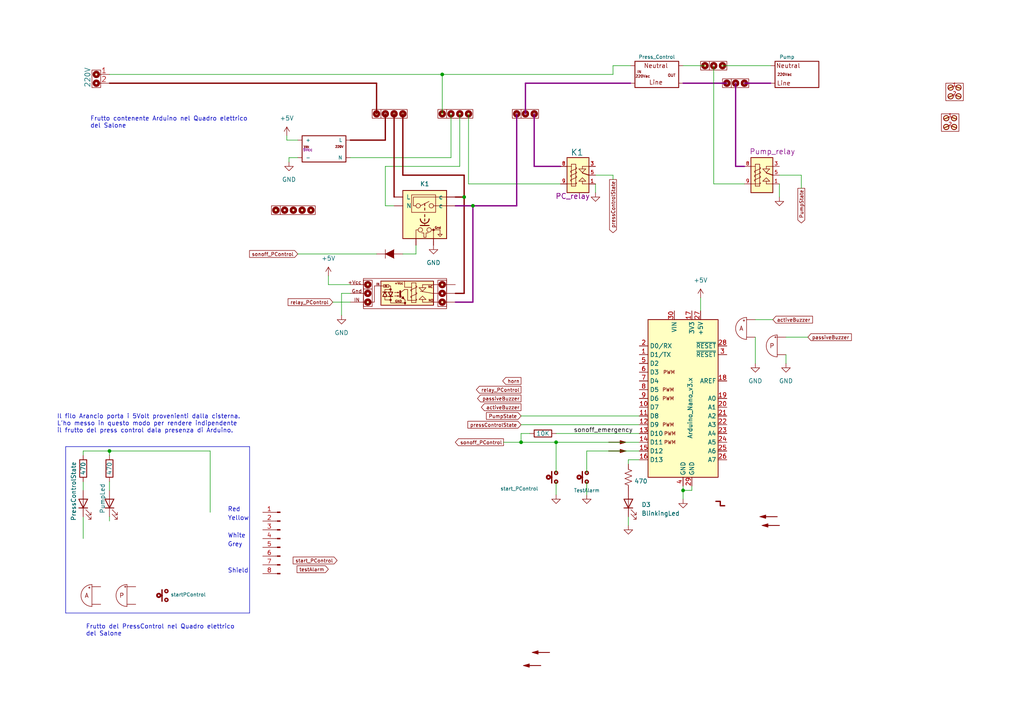
<source format=kicad_sch>
(kicad_sch (version 20231120) (generator "eeschema") (generator_version "8.0")
  (paper "A4")
  (title_block (title "Allarme per pompa cisterna") (date "2020-02-16") (rev "1.1") (comment 2 "Esaurito un determinato tempo Arduino provvede direttamente a spegnere la pompa") (comment 3 "Il tutto prosegue fino a che la pompa si spegne") (comment 4 "Quando la pompa si accende Arduino provvede ad emettere dei suoni "))
  (lib_symbols
    (symbol "Connector:Conn_01x08_Pin" (pin_names (offset 1.016) hide)
      (property "Reference" "J" (at 0 10.16 0))
      (property "Value" "Conn_01x08_Pin" (at 0 -12.7 0))
      (symbol "Conn_01x08_Pin_1_1"
        (polyline (pts (xy 1.27 -10.16) (xy 0.8636 -10.16)) (stroke (width 0.1524)))
        (polyline (pts (xy 1.27 -7.62) (xy 0.8636 -7.62)) (stroke (width 0.1524)))
        (polyline (pts (xy 1.27 -5.08) (xy 0.8636 -5.08)) (stroke (width 0.1524)))
        (polyline (pts (xy 1.27 -2.54) (xy 0.8636 -2.54)) (stroke (width 0.1524)))
        (polyline (pts (xy 1.27 0) (xy 0.8636 0)) (stroke (width 0.1524)))
        (polyline (pts (xy 1.27 2.54) (xy 0.8636 2.54)) (stroke (width 0.1524)))
        (polyline (pts (xy 1.27 5.08) (xy 0.8636 5.08)) (stroke (width 0.1524)))
        (polyline (pts (xy 1.27 7.62) (xy 0.8636 7.62)) (stroke (width 0.1524)))
        (rectangle (start 0.8636 -10.033) (end 0 -10.287) (stroke (width 0.1524)) (fill (type outline)))
        (rectangle (start 0.8636 -7.493) (end 0 -7.747) (stroke (width 0.1524)) (fill (type outline)))
        (rectangle (start 0.8636 -4.953) (end 0 -5.207) (stroke (width 0.1524)) (fill (type outline)))
        (rectangle (start 0.8636 -2.413) (end 0 -2.667) (stroke (width 0.1524)) (fill (type outline)))
        (rectangle (start 0.8636 0.127) (end 0 -0.127) (stroke (width 0.1524)) (fill (type outline)))
        (rectangle (start 0.8636 2.667) (end 0 2.413) (stroke (width 0.1524)) (fill (type outline)))
        (rectangle (start 0.8636 5.207) (end 0 4.953) (stroke (width 0.1524)) (fill (type outline)))
        (rectangle (start 0.8636 7.747) (end 0 7.493) (stroke (width 0.1524)) (fill (type outline)))
        (pin passive line (at 5.08 7.62 180) (length 3.81) (name "Pin_1") (number "1"))
        (pin passive line (at 5.08 5.08 180) (length 3.81) (name "Pin_2") (number "2"))
        (pin passive line (at 5.08 2.54 180) (length 3.81) (name "Pin_3") (number "3"))
        (pin passive line (at 5.08 0 180) (length 3.81) (name "Pin_4") (number "4"))
        (pin passive line (at 5.08 -2.54 180) (length 3.81) (name "Pin_5") (number "5"))
        (pin passive line (at 5.08 -5.08 180) (length 3.81) (name "Pin_6") (number "6"))
        (pin passive line (at 5.08 -7.62 180) (length 3.81) (name "Pin_7") (number "7"))
        (pin passive line (at 5.08 -10.16 180) (length 3.81) (name "Pin_8") (number "8"))
      )
    )
    (symbol "Device:LED" (pin_numbers hide) (pin_names (offset 1.016) hide)
      (property "Reference" "D" (at 0 2.54 0))
      (property "Value" "LED" (at 0 -2.54 0))
      (symbol "LED_0_1"
        (polyline (pts (xy -1.27 -1.27) (xy -1.27 1.27)) (stroke (width 0.254)))
        (polyline (pts (xy -1.27 0) (xy 1.27 0)))
        (polyline (pts (xy 1.27 -1.27) (xy 1.27 1.27) (xy -1.27 0) (xy 1.27 -1.27)) (stroke (width 0.254)))
        (polyline (pts (xy -3.048 -0.762) (xy -4.572 -2.286) (xy -3.81 -2.286) (xy -4.572 -2.286) (xy -4.572 -1.524)))
        (polyline (pts (xy -1.778 -0.762) (xy -3.302 -2.286) (xy -2.54 -2.286) (xy -3.302 -2.286) (xy -3.302 -1.524)))
      )
      (symbol "LED_1_1"
        (pin passive line (at -3.81 0 0) (length 2.54) (name "K") (number "1"))
        (pin passive line (at 3.81 0 180) (length 2.54) (name "A") (number "2"))
      )
    )
    (symbol "Device:R" (pin_numbers hide) (pin_names (offset 0))
      (property "Reference" "R" (at 2.032 0 90))
      (property "Value" "R" (at 0 0 90))
      (symbol "R_0_1"
        (rectangle (start -1.016 -2.54) (end 1.016 2.54) (stroke (width 0.254)))
      )
      (symbol "R_1_1"
        (pin passive line (at 0 3.81 270) (length 1.27) (name "~") (number "1"))
        (pin passive line (at 0 -3.81 90) (length 1.27) (name "~") (number "2"))
      )
    )
    (symbol "Device:R_US" (pin_numbers hide) (pin_names (offset 0))
      (property "Reference" "R" (at 2.54 0 90))
      (property "Value" "R_US" (at -2.54 0 90))
      (symbol "R_US_0_1"
        (polyline (pts (xy 0 -2.286) (xy 0 -2.54)))
        (polyline (pts (xy 0 2.286) (xy 0 2.54)))
        (polyline (pts (xy 0 -0.762) (xy 1.016 -1.143) (xy 0 -1.524) (xy -1.016 -1.905) (xy 0 -2.286)))
        (polyline (pts (xy 0 0.762) (xy 1.016 0.381) (xy 0 0) (xy -1.016 -0.381) (xy 0 -0.762)))
        (polyline (pts (xy 0 2.286) (xy 1.016 1.905) (xy 0 1.524) (xy -1.016 1.143) (xy 0 0.762)))
      )
      (symbol "R_US_1_1"
        (pin passive line (at 0 3.81 270) (length 1.27) (name "~") (number "1"))
        (pin passive line (at 0 -3.81 90) (length 1.27) (name "~") (number "2"))
      )
    )
    (symbol "Graphic:SYM_Arrow_Normal" (pin_names (offset 1.016))
      (symbol "SYM_Arrow_Normal_0_1"
        (polyline (pts (xy 1.524 0) (xy -2.54 0)) (stroke (width 0.254)))
        (polyline (pts (xy 2.54 0) (xy 0.762 -0.508) (xy 0.762 0.508) (xy 2.54 0)) (fill (type outline)))
      )
    )
    (symbol "LnConnectors:CONN_02" (pin_names (offset 0.762) hide)
      (property "Reference" "J" (at 0 8.89 0))
      (property "Value" "CONN_02" (at 0 5.08 0))
      (symbol "CONN_02_0_1"
        (rectangle (start -1.27 7.62) (end 1.27 2.54))
        (circle (center 0 3.81) (radius 0.6858) (stroke (width 0.762)))
        (circle (center 0 6.35) (radius 0.6858) (stroke (width 0.762)) (fill (type background)))
      )
      (symbol "CONN_02_1_1"
        (pin passive line (at 3.81 6.35 180) (length 3.175) (name "1") (number "1"))
        (pin passive line (at 3.81 3.81 180) (length 3.175) (name "2") (number "2"))
      )
    )
    (symbol "LnDevice:Alimentatore" (pin_names (offset 1.016))
      (property "Reference" "Al" (at 0 1.905 0))
      (property "Value" "Alimentatore" (at 0 -2.54 0))
      (symbol "Alimentatore_0_0"
        (text "Vdc" (at 5.08 0.635 0) (effects (font (size 0.635 0.635))))
      )
      (symbol "Alimentatore_0_1"
        (rectangle (start -6.35 3.81) (end 6.35 -3.81) (stroke (width 0.254)))
        (pin power_out line (at 7.62 2.54 180) (length 1.27) (name "+") (number "~"))
        (pin power_out line (at 7.62 -2.54 180) (length 1.27) (name "-") (number "~"))
        (pin power_in line (at -7.62 2.54 0) (length 1.27) (name "L") (number "~"))
        (pin power_in line (at -7.62 -2.54 0) (length 1.27) (name "N") (number "~"))
      )
      (symbol "Alimentatore_1_0"
        (text "220V" (at -4.445 0.635 0) (effects (font (size 0.635 0.635))))
      )
    )
    (symbol "LnDevice:Edge" (pin_numbers hide) (pin_names (offset 0))
      (symbol "Edge_0_1"
        (polyline (pts (xy -1.27 1.905) (xy 0 1.905) (xy 0 0.635) (xy 1.27 0.635)) (stroke (width 0.381)))
      )
    )
    (symbol "LnDevice:PulsanteNO" (pin_numbers hide) (pin_names (offset 1.016) hide)
      (property "Reference" "SW" (at 3.81 2.794 0))
      (property "Value" "PulsanteNO" (at 0 -2.032 0))
      (symbol "PulsanteNO_0_1"
        (circle (center -1.27 0) (radius 0.4572) (stroke (width 0.381)))
        (polyline (pts (xy -1.651 1.27) (xy 1.651 1.27)) (stroke (width 0.381)))
        (polyline (pts (xy 0 1.651) (xy 0 1.27)) (stroke (width 0.508)))
        (circle (center 0.0254 2.2098) (radius 0.508) (stroke (width 0.508)))
        (circle (center 1.27 0) (radius 0.4572) (stroke (width 0.381)))
        (pin passive line (at -1.27 0 0) (length 0.0254) (name "1") (number "1"))
        (pin passive line (at 1.27 0 180) (length 0.0254) (name "2") (number "2"))
      )
    )
    (symbol "LnDevice:RELAY_1RT" (pin_names (offset 1.016) hide)
      (property "Reference" "K" (at -1.27 5.08 0))
      (property "Value" "RELAY_1RT" (at 0 -5.08 0))
      (symbol "RELAY_1RT_0_1"
        (rectangle (start -3.175 6.35) (end 3.175 -3.81) (stroke (width 0.254)) (fill (type background)))
        (polyline (pts (xy -3.175 -1.27) (xy -1.905 -1.27)))
        (polyline (pts (xy -3.175 3.81) (xy -1.905 3.81)))
        (polyline (pts (xy -1.905 4.445) (xy -1.905 -1.905)))
        (polyline (pts (xy -1.905 4.445) (xy -0.635 4.445)))
        (polyline (pts (xy -0.635 -1.905) (xy -1.905 -1.905)))
        (polyline (pts (xy -0.635 4.445) (xy -0.635 -1.905)))
        (polyline (pts (xy 0.254 -0.4826) (xy 2.2606 -0.4826)))
        (polyline (pts (xy 0.254 3.0734) (xy 2.2606 3.0734)))
        (polyline (pts (xy 1.27 -1.27) (xy 1.27 -0.762)))
        (polyline (pts (xy 1.27 -0.762) (xy 1.27 -0.4826)))
        (polyline (pts (xy 1.27 0.508) (xy 0.254 -0.4826)))
        (polyline (pts (xy 1.27 1.905) (xy 3.175 1.27)) (stroke (width 0.254)))
        (polyline (pts (xy 1.27 2.032) (xy 0.254 3.0734)))
        (polyline (pts (xy 1.27 3.81) (xy 1.27 3.175)))
        (polyline (pts (xy 1.27 3.81) (xy 3.175 3.81)))
        (polyline (pts (xy 2.2606 -0.4826) (xy 1.27 0.508)))
        (polyline (pts (xy 2.2606 3.0734) (xy 1.27 2.032)))
        (polyline (pts (xy 3.175 -1.27) (xy 1.27 -1.27)))
        (polyline (pts (xy -1.905 -1.27) (xy -0.635 -1.27) (xy -0.381 -1.143) (xy -0.381 -1.016) (xy -0.635 -0.889)))
        (polyline (pts (xy -1.905 -0.508) (xy -2.159 -0.381) (xy -2.159 -0.127) (xy -0.381 0.635) (xy -0.381 0.889) (xy -0.635 1.016)))
        (polyline (pts (xy -1.905 0.762) (xy -2.159 0.889) (xy -2.159 1.143) (xy -0.381 1.905) (xy -0.381 2.159) (xy -0.635 2.286)))
        (polyline (pts (xy -1.905 2.032) (xy -2.159 2.159) (xy -2.159 2.413) (xy -0.381 3.175) (xy -0.381 3.429) (xy -0.635 3.556)))
      )
      (symbol "RELAY_1RT_1_1"
        (pin passive line (at 5.08 -1.27 180) (length 1.905) (name "T1") (number "1"))
        (pin passive line (at 5.08 3.81 180) (length 1.905) (name "R1") (number "3"))
        (pin passive line (at 5.08 1.27 180) (length 1.905) (name "C1") (number "5"))
        (pin input line (at -5.08 3.81 0) (length 1.905) (name "8") (number "8"))
        (pin input line (at -5.08 -1.27 0) (length 1.905) (name "9") (number "9"))
      )
    )
    (symbol "lnConnectors:Mammuth_02a" (pin_names (offset 0.762) hide)
      (property "Reference" "MM" (at 1.27 3.81 0))
      (property "Value" "Mammuth_02a" (at 1.27 2.54 0))
      (symbol "Mammuth_02a_0_1"
        (circle (center -1.143 -2.54) (radius 0.762) (stroke (width 0.254)) (fill (type background)))
        (circle (center -1.143 0) (radius 0.762) (stroke (width 0.254)) (fill (type background)))
        (polyline (pts (xy -0.508 -2.286) (xy -1.778 -2.794)) (stroke (width 0.254)))
        (polyline (pts (xy -0.508 0.254) (xy -1.778 -0.254)) (stroke (width 0.254)))
        (polyline (pts (xy 0.508 -2.286) (xy 1.778 -2.794)) (stroke (width 0.254)))
        (polyline (pts (xy 0.508 0.254) (xy 1.778 -0.254)) (stroke (width 0.254)))
        (polyline (pts (xy -2.54 1.27) (xy 2.54 1.27) (xy 2.54 -3.81) (xy -2.54 -3.81) (xy -2.54 1.27)))
        (circle (center 1.143 -2.54) (radius 0.762) (stroke (width 0.254)) (fill (type background)))
        (circle (center 1.143 0) (radius 0.762) (stroke (width 0.254)) (fill (type background)))
      )
      (symbol "Mammuth_02a_1_1"
        (pin passive line (at 0 0 0) (length 0) (name "1") (number "1"))
        (pin passive line (at 0 -2.54 0) (length 0) (name "2") (number "2"))
      )
    )
    (symbol "lnConnectors:SIP_03" (pin_names (offset 0.762) hide)
      (property "Reference" "J" (at 0 8.89 0))
      (property "Value" "SIP_03" (at 0 -1.27 0))
      (symbol "SIP_03_0_1"
        (rectangle (start -1.27 7.62) (end 1.27 0))
        (polyline (pts (xy -1.27 5.08) (xy 1.27 5.08)))
        (circle (center 0 1.27) (radius 0.6858) (stroke (width 0.762)) (fill (type background)))
        (circle (center 0 3.81) (radius 0.6858) (stroke (width 0.762)))
        (circle (center 0 6.35) (radius 0.6858) (stroke (width 0.762)) (fill (type background)))
      )
      (symbol "SIP_03_1_1"
        (pin passive line (at 0 6.35 180) (length 0) hide (name "1") (number "1"))
        (pin passive line (at 0 3.81 180) (length 0) hide (name "2") (number "2"))
        (pin passive line (at 0 1.27 180) (length 0) hide (name "3") (number "3"))
      )
    )
    (symbol "lnConnectors:SIP_04" (pin_names (offset 0.762) hide)
      (property "Reference" "J" (at 0 8.89 0))
      (property "Value" "SIP_04" (at 0 -3.81 0))
      (symbol "SIP_04_0_1"
        (rectangle (start -1.27 7.62) (end 1.27 -2.54))
        (circle (center 0 -1.27) (radius 0.6858) (stroke (width 0.762)) (fill (type background)))
        (polyline (pts (xy -1.27 5.08) (xy 1.27 5.08)))
        (circle (center 0 1.27) (radius 0.6858) (stroke (width 0.762)) (fill (type background)))
        (circle (center 0 3.81) (radius 0.6858) (stroke (width 0.762)))
        (circle (center 0 6.35) (radius 0.6858) (stroke (width 0.762)) (fill (type background)))
      )
      (symbol "SIP_04_1_1"
        (pin passive line (at 0 6.35 180) (length 0) hide (name "1") (number "1"))
        (pin passive line (at 0 3.81 180) (length 0) hide (name "2") (number "2"))
        (pin passive line (at 0 1.27 180) (length 0) hide (name "3") (number "3"))
        (pin passive line (at 0 -1.27 180) (length 0) hide (name "4") (number "4"))
      )
    )
    (symbol "lnConnectors:SIP_05" (pin_names (offset 0.762) hide)
      (property "Reference" "J" (at 0 8.89 0))
      (property "Value" "SIP_05" (at 0.381 -8.763 0))
      (symbol "SIP_05_0_1"
        (rectangle (start -1.27 6.35) (end 1.27 -6.35))
        (circle (center 0 -5.08) (radius 0.6858) (stroke (width 0.762)) (fill (type background)))
        (circle (center 0 -2.54) (radius 0.6858) (stroke (width 0.762)) (fill (type background)))
        (polyline (pts (xy -1.27 3.81) (xy 1.27 3.81)))
        (circle (center 0 0) (radius 0.6858) (stroke (width 0.762)) (fill (type background)))
        (circle (center 0 2.54) (radius 0.6858) (stroke (width 0.762)))
        (circle (center 0 5.08) (radius 0.6858) (stroke (width 0.762)) (fill (type background)))
      )
      (symbol "SIP_05_1_1"
        (pin passive line (at 0 5.08 180) (length 0) hide (name "1") (number "1"))
        (pin passive line (at 0 2.54 180) (length 0) hide (name "2") (number "2"))
        (pin passive line (at 0 0 180) (length 0) hide (name "3") (number "3"))
        (pin passive line (at 0 -2.54 180) (length 0) hide (name "4") (number "4"))
        (pin passive line (at 0 -5.08 180) (length 0) hide (name "5") (number "5"))
      )
    )
    (symbol "lnDevice:Buzzer Active" (pin_names (offset 0.0254) hide)
      (property "Reference" "BZ" (at 3.81 1.27 0))
      (property "Value" "Buzzer Active" (at 3.81 -1.27 0))
      (symbol "Buzzer Active_0_1"
        (arc (start 0 -3.175) (mid 3.1612 0) (end 0 3.175))
        (polyline (pts (xy 0 3.175) (xy 0 -3.175)))
        (polyline (pts (xy 0.508 2.286) (xy 1.016 2.286)))
        (polyline (pts (xy 0.762 2.54) (xy 0.762 2.032)))
      )
      (symbol "Buzzer Active_1_1"
        (text "A" (at 1.524 0 0) (effects (font (size 1.27 1.27))))
        (pin power_in line (at -2.54 2.54 0) (length 2.54) (name "+") (number ""))
        (pin power_in line (at -2.54 -2.54 0) (length 2.54) (name "-") (number ""))
      )
    )
    (symbol "lnDevice:Buzzer Passive" (pin_names (offset 0.0254) hide)
      (property "Reference" "BZ" (at 3.81 1.27 0))
      (property "Value" "Buzzer" (at 3.81 -1.27 0))
      (symbol "Buzzer Passive_0_1"
        (arc (start 0 -3.175) (mid 3.1612 0) (end 0 3.175))
        (polyline (pts (xy 0 3.175) (xy 0 -3.175)))
        (polyline (pts (xy 0.254 2.54) (xy 0.762 2.54)))
        (polyline (pts (xy 0.508 2.794) (xy 0.508 2.286)))
      )
      (symbol "Buzzer Passive_1_1"
        (text "P" (at 1.524 0 0) (effects (font (size 1.27 1.27))))
        (pin power_in line (at -2.54 2.54 0) (length 2.54) (name "+") (number ""))
        (pin power_in line (at -2.54 -2.54 0) (length 2.54) (name "-") (number ""))
      )
    )
    (symbol "lnDevice:Press_Control" (pin_names (offset 1.016) hide)
      (property "Value" "Press_Control" (at 6.858 7.112 0))
      (symbol "Press_Control_0_0"
        (text "Line" (at 7.366 0.254 0) (effects (font (size 1.27 1.27))))
        (text "Neutral" (at 7.366 5.08 0) (effects (font (size 1.27 1.27))))
      )
      (symbol "Press_Control_0_1"
        (rectangle (start 13.97 -1.27) (end 1.27 6.35) (stroke (width 0.254)))
        (pin input line (at 0 0 0) (length 1.27) (name "1") (number "~"))
      )
      (symbol "Press_Control_1_1"
        (text "220Vac" (at 3.556 2.032 0) (effects (font (size 0.762 0.762))))
        (text "IN" (at 2.54 3.302 0) (effects (font (size 0.762 0.762))))
        (text "OUT" (at 11.938 2.286 0) (effects (font (size 0.762 0.762))))
        (pin output line (at 15.24 0 180) (length 1.27) (name "1") (number "~"))
        (pin input line (at 0 5.08 0) (length 1.27) (name "2") (number "~"))
        (pin output line (at 15.24 5.08 180) (length 1.27) (name "2") (number "~"))
      )
    )
    (symbol "lnDevice:Pump" (pin_names (offset 1.016) hide)
      (property "Reference" "P" (at 10.16 3.81 0))
      (property "Value" "Pump" (at 7.874 7.112 0))
      (symbol "Pump_0_0"
        (text "Line" (at 3.81 0 0) (effects (font (size 1.27 1.27))))
        (text "Neutral" (at 5.08 5.08 0) (effects (font (size 1.27 1.27))))
      )
      (symbol "Pump_0_1"
        (rectangle (start 13.97 -1.27) (end 1.27 6.35) (stroke (width 0.254)))
        (pin input line (at 0 0 0) (length 1.27) (name "1") (number "~"))
      )
      (symbol "Pump_1_1"
        (text "220Vac" (at 4.064 2.54 0) (effects (font (size 0.762 0.762))))
        (pin input line (at 0 5.08 0) (length 1.27) (name "2") (number "~"))
      )
    )
    (symbol "lnDevice:Relayx1_Module" (pin_numbers hide) (pin_names (offset -4.572) hide)
      (symbol "Relayx1_Module_0_0"
        (rectangle (start -1.27 1.778) (end 22.86 -6.985))
        (polyline (pts (xy 10.668 -0.762) (xy 10.668 0.889)))
        (polyline (pts (xy 10.795 -4.445) (xy 10.795 -5.969)))
        (polyline (pts (xy 19.05 -5.08) (xy 20.701 -5.08)))
        (polyline (pts (xy 19.05 -2.54) (xy 20.828 -2.54)))
        (polyline (pts (xy 19.05 0) (xy 20.955 0)))
        (polyline (pts (xy 6.604 -3.429) (xy 6.604 -5.334) (xy 10.795 -5.334)))
        (polyline (pts (xy 6.604 -2.159) (xy 6.604 -0.381) (xy 6.096 -0.381)))
        (polyline (pts (xy 10.668 -1.397) (xy 11.557 -1.397) (xy 11.557 -4.572)))
        (polyline (pts (xy 0.635 -5.08) (xy 1.905 -5.08) (xy 1.905 -0.381) (xy 4.572 -0.381)))
        (polyline (pts (xy 6.096 0) (xy 6.096 -0.762) (xy 4.572 -0.762) (xy 4.572 0) (xy 6.096 0)))
        (text "" (at -26.5047 -7.2227 0) (effects (font (size 1.27 1.27))))
        (text "IN" (at 2.921 0.127 0) (effects (font (size 0.635 0.635))))
        (text "NC" (at 18.161 -0.635 0) (effects (font (size 0.635 0.635))))
        (text "NO" (at 18.288 -4.572 0) (effects (font (size 0.635 0.635))))
        (text "R" (at 5.334 -0.381 900) (effects (font (size 0.635 0.635))))
      )
      (symbol "Relayx1_Module_0_1"
        (rectangle (start -1.27 1.27) (end 1.27 -6.35))
        (circle (center 0 -5.08) (radius 0.6858) (stroke (width 0.762)) (fill (type background)))
        (circle (center 0 -2.54) (radius 0.6858) (stroke (width 0.762)))
        (polyline (pts (xy -1.27 -1.27) (xy 1.27 -1.27)))
        (polyline (pts (xy 15.24 -1.9304) (xy 19.05 -2.5654)))
        (polyline (pts (xy 4.953 -3.429) (xy 4.953 -4.445) (xy 6.604 -4.445)))
        (polyline (pts (xy 4.953 -2.159) (xy 4.953 -1.397) (xy 6.604 -1.397)))
        (circle (center 0 0) (radius 0.6858) (stroke (width 0.762)) (fill (type background)))
        (rectangle (start 20.32 1.27) (end 22.86 -6.35))
        (circle (center 21.59 -5.08) (radius 0.6858) (stroke (width 0.762)) (fill (type background)))
        (circle (center 21.59 -2.54) (radius 0.6858) (stroke (width 0.762)))
        (circle (center 21.59 0) (radius 0.6858) (stroke (width 0.762)) (fill (type background)))
      )
      (symbol "Relayx1_Module_1_0"
        (text "+Vcc" (at 9.017 0.381 0) (effects (font (size 0.635 0.635))))
        (text "+Vcc\n" (at -3.81 0.635 0) (effects (font (size 1.016 1.016))))
        (text "GND" (at 8.89 -4.826 0) (effects (font (size 0.635 0.635))))
        (text "Gnd\n" (at -3.175 -1.905 0) (effects (font (size 1.016 1.016))))
        (text "IN" (at -3.175 -4.445 0) (effects (font (size 1.016 1.016))))
      )
      (symbol "Relayx1_Module_1_1"
        (polyline (pts (xy 4.318 -2.159) (xy 5.588 -2.159)) (stroke (width 0.254)))
        (polyline (pts (xy 5.969 -3.429) (xy 7.239 -3.429)) (stroke (width 0.254)))
        (polyline (pts (xy 9.398 -2.413) (xy 10.668 -1.397)))
        (polyline (pts (xy 10.668 -0.762) (xy 12.7 -0.762)))
        (polyline (pts (xy 10.795 -4.445) (xy 9.525 -3.175)) (fill (type outline)))
        (polyline (pts (xy 11.557 -4.572) (xy 12.7 -4.572)))
        (polyline (pts (xy 12.7 0.508) (xy 12.7 -5.207)))
        (polyline (pts (xy 12.7 0.508) (xy 13.97 0.508)))
        (polyline (pts (xy 13.97 -5.207) (xy 12.7 -5.207)))
        (polyline (pts (xy 13.97 0.508) (xy 13.97 -5.207)))
        (polyline (pts (xy 14.859 -4.318) (xy 16.8656 -4.318)))
        (polyline (pts (xy 14.859 -0.889) (xy 16.8656 -0.889)))
        (polyline (pts (xy 15.875 -5.1054) (xy 15.875 -4.5974)))
        (polyline (pts (xy 15.875 -4.5974) (xy 15.875 -4.318)))
        (polyline (pts (xy 15.875 -3.3274) (xy 14.859 -4.318)))
        (polyline (pts (xy 15.875 -1.9304) (xy 14.859 -0.889)))
        (polyline (pts (xy 15.875 -0.0254) (xy 15.875 -0.889)))
        (polyline (pts (xy 15.875 -0.0254) (xy 19.05 -0.0254)))
        (polyline (pts (xy 16.8656 -4.318) (xy 15.875 -3.3274)))
        (polyline (pts (xy 16.8656 -0.889) (xy 15.875 -1.9304)))
        (polyline (pts (xy 19.05 -5.1054) (xy 15.875 -5.1054)))
        (polyline (pts (xy 9.398 -1.905) (xy 9.398 -3.048) (xy 9.398 -3.556)) (stroke (width 0.508)))
        (polyline (pts (xy 4.953 -2.159) (xy 4.318 -3.429) (xy 5.588 -3.429) (xy 4.953 -2.159)) (stroke (width 0.254)))
        (polyline (pts (xy 6.604 -3.429) (xy 5.969 -2.159) (xy 7.239 -2.159) (xy 6.604 -3.429)) (stroke (width 0.254)))
        (polyline (pts (xy 7.747 -3.302) (xy 9.017 -3.302) (xy 8.636 -3.429) (xy 8.636 -3.175) (xy 9.017 -3.302)))
        (polyline (pts (xy 7.747 -2.286) (xy 9.017 -2.286) (xy 8.636 -2.413) (xy 8.636 -2.159) (xy 9.017 -2.286)))
        (polyline (pts (xy 9.779 -3.937) (xy 10.287 -3.429) (xy 10.541 -4.191) (xy 9.779 -3.937) (xy 9.779 -3.937)) (fill (type outline)))
        (polyline (pts (xy 12.7 -4.572) (xy 13.97 -4.572) (xy 14.224 -4.445) (xy 14.224 -4.318) (xy 13.97 -4.191)))
        (polyline (pts (xy 12.7 -3.81) (xy 12.446 -3.683) (xy 12.446 -3.429) (xy 14.224 -2.667) (xy 14.224 -2.413) (xy 13.97 -2.286)))
        (polyline (pts (xy 12.7 -1.905) (xy 12.446 -1.778) (xy 12.446 -1.524) (xy 14.224 -0.762) (xy 14.224 -0.508) (xy 13.97 -0.381)))
        (rectangle (start 3.81 1.016) (end 19.05 -5.969) (stroke (width 0.254)) (fill (type background)))
        (circle (center 6.604 -4.445) (radius 0.254) (fill (type outline)))
        (circle (center 6.604 -1.397) (radius 0.254) (fill (type outline)))
        (circle (center 10.795 -5.334) (radius 0.254) (fill (type outline)))
        (pin passive line (at 25.4 0 180) (length 3.175) (name "1") (number "1"))
        (pin power_in line (at -5.08 0 0) (length 4.445) (name "VCC") (number "1"))
        (pin passive line (at 25.4 -2.54 180) (length 3.175) (name "2") (number "2"))
        (pin power_in line (at -5.08 -2.54 0) (length 4.445) (name "GND") (number "2"))
        (pin passive line (at 25.4 -5.08 180) (length 3.175) (name "3") (number "3"))
        (pin input line (at -5.08 -5.08 0) (length 4.445) (name "IN1") (number "3"))
      )
    )
    (symbol "lnDevice:sOnOff_ClearContacts" (pin_names (offset 1.016))
      (property "Reference" "K" (at 3.175 -0.635 0))
      (property "Value" "sOnOff_ClearContacts" (at -5.08 10.16 0))
      (symbol "sOnOff_ClearContacts_0_0"
        (circle (center -1.27 -4.445) (radius 0.635))
        (polyline (pts (xy -1.905 -4.445) (xy -2.54 -4.445) (xy -2.54 -6.985)))
        (polyline (pts (xy 1.905 -4.445) (xy 2.54 -4.445) (xy 2.54 -6.985)))
        (polyline (pts (xy -3.81 5.715) (xy -3.81 0.635) (xy 3.175 0.635) (xy 3.175 5.715) (xy -3.81 5.715)))
        (circle (center 1.27 -4.445) (radius 0.635))
        (text "Gnd" (at 3.81 -3.81 0) (effects (font (size 0.635 0.635))))
      )
      (symbol "sOnOff_ClearContacts_0_1"
        (rectangle (start -6.35 6.985) (end 6.35 -6.985) (stroke (width 0.254)) (fill (type background)))
        (circle (center -1.905 2.54) (radius 0.635))
        (arc (start -1.27 -1.27) (mid 0 -2.5345) (end 1.27 -1.27) (stroke (width 0.3048)))
        (polyline (pts (xy -1.27 2.54) (xy 1.27 3.81)))
        (polyline (pts (xy 0 -2.54) (xy 0 -3.175)))
        (polyline (pts (xy 0 -1.27) (xy 0 -1.905)) (stroke (width 0.254)))
        (polyline (pts (xy 0 0) (xy 0 -0.635)) (stroke (width 0.254)))
        (polyline (pts (xy 0 1.905) (xy 0 1.27)) (stroke (width 0.254)))
        (polyline (pts (xy 0 3.175) (xy 0 2.54)) (stroke (width 0.254)))
        (polyline (pts (xy 1.27 -3.175) (xy -1.27 -3.175)) (stroke (width 0.3048)))
        (polyline (pts (xy 2.54 2.54) (xy 6.35 2.54)))
        (polyline (pts (xy 2.54 -4.445) (xy 4.445 -4.445) (xy 4.445 -5.715)))
        (polyline (pts (xy -2.54 2.54) (xy -3.302 2.54) (xy -3.302 5.08) (xy 6.35 5.08)))
        (polyline (pts (xy 3.81 -5.715) (xy 5.08 -5.715) (xy 4.445 -6.35) (xy 3.81 -5.715)))
        (polyline (pts (xy -0.889 -5.334) (xy -0.254 -5.334) (xy -0.254 -6.604) (xy 0.381 -6.604) (xy 0.381 -5.334) (xy 1.016 -5.334)))
        (circle (center 1.905 2.54) (radius 0.635))
        (circle (center 2.54 -4.445) (radius 0.2794) (fill (type outline)))
      )
      (symbol "sOnOff_ClearContacts_1_1"
        (pin power_in line (at -8.89 5.08 0) (length 2.54) (name "L") (number ""))
        (pin power_in line (at -8.89 2.54 0) (length 2.54) (name "N") (number ""))
        (pin bidirectional line (at 8.89 2.54 180) (length 2.54) (name "c") (number ""))
        (pin bidirectional line (at 8.89 5.08 180) (length 2.54) (name "c") (number ""))
        (pin passive line (at -2.54 -8.89 90) (length 1.905) (name "~") (number "~"))
        (pin passive line (at 2.54 -8.89 90) (length 1.905) (name "~") (number "~"))
      )
    )
    (symbol "lnDiodiTransistors:DIODE" (pin_numbers hide) (pin_names (offset 1.016) hide)
      (property "Reference" "D" (at 0 2.54 0))
      (property "Value" "DIODE" (at 0 -2.54 0))
      (symbol "DIODE_0_1"
        (polyline (pts (xy 1.27 1.27) (xy 1.27 -1.27)) (stroke (width 0.1524)))
        (polyline (pts (xy -1.27 1.27) (xy 1.27 0) (xy -1.27 -1.27)) (fill (type outline)))
      )
      (symbol "DIODE_1_1"
        (pin passive line (at -3.81 0 0) (length 2.54) (name "A") (number "1"))
        (pin passive line (at 3.81 0 180) (length 2.54) (name "K") (number "2"))
      )
    )
    (symbol "lnMicroController:Arduino_Nano_v3.x"
      (property "Reference" "A" (at -10.16 23.495 0))
      (property "Value" "Arduino_Nano_v3.x" (at 5.08 -24.13 0))
      (symbol "Arduino_Nano_v3.x_0_1"
        (rectangle (start -10.16 22.86) (end 10.16 -22.86) (stroke (width 0.254)) (fill (type background)))
      )
      (symbol "Arduino_Nano_v3.x_1_1"
        (text "PWM" (at -4.318 -7.62 0) (effects (font (size 1.016 1.016))))
        (text "PWM" (at -4.318 0 0) (effects (font (size 1.016 1.016))))
        (text "PWM" (at -4.318 2.54 0) (effects (font (size 1.016 1.016))))
        (text "PWM" (at -4.064 7.62 0) (effects (font (size 1.016 1.016))))
        (text "PWM" (at -3.81 -12.7 0) (effects (font (size 1.016 1.016))))
        (text "PWM" (at -3.81 -10.16 0) (effects (font (size 1.016 1.016))))
        (pin bidirectional line (at -12.7 12.7 0) (length 2.54) (name "D1/TX") (number "1"))
        (pin bidirectional line (at -12.7 -2.54 0) (length 2.54) (name "D7") (number "10"))
        (pin bidirectional line (at -12.7 -5.08 0) (length 2.54) (name "D8") (number "11"))
        (pin bidirectional line (at -12.7 -7.62 0) (length 2.54) (name "D9") (number "12"))
        (pin bidirectional line (at -12.7 -10.16 0) (length 2.54) (name "D10") (number "13"))
        (pin bidirectional line (at -12.7 -12.7 0) (length 2.54) (name "D11") (number "14"))
        (pin bidirectional line (at -12.7 -15.24 0) (length 2.54) (name "D12") (number "15"))
        (pin bidirectional line (at -12.7 -17.78 0) (length 2.54) (name "D13") (number "16"))
        (pin power_out line (at 2.54 25.4 270) (length 2.54) (name "3V3") (number "17"))
        (pin input line (at 12.7 5.08 180) (length 2.54) (name "AREF") (number "18"))
        (pin bidirectional line (at 12.7 0 180) (length 2.54) (name "A0") (number "19"))
        (pin bidirectional line (at -12.7 15.24 0) (length 2.54) (name "D0/RX") (number "2"))
        (pin bidirectional line (at 12.7 -2.54 180) (length 2.54) (name "A1") (number "20"))
        (pin bidirectional line (at 12.7 -5.08 180) (length 2.54) (name "A2") (number "21"))
        (pin bidirectional line (at 12.7 -7.62 180) (length 2.54) (name "A3") (number "22"))
        (pin bidirectional line (at 12.7 -10.16 180) (length 2.54) (name "A4") (number "23"))
        (pin bidirectional line (at 12.7 -12.7 180) (length 2.54) (name "A5") (number "24"))
        (pin bidirectional line (at 12.7 -15.24 180) (length 2.54) (name "A6") (number "25"))
        (pin bidirectional line (at 12.7 -17.78 180) (length 2.54) (name "A7") (number "26"))
        (pin power_out line (at 5.08 25.4 270) (length 2.54) (name "+5V") (number "27"))
        (pin input line (at 12.7 15.24 180) (length 2.54) (name "~{RESET}") (number "28"))
        (pin power_in line (at 2.54 -25.4 90) (length 2.54) (name "GND") (number "29"))
        (pin input line (at 12.7 12.7 180) (length 2.54) (name "~{RESET}") (number "3"))
        (pin power_in line (at -2.54 25.4 270) (length 2.54) (name "VIN") (number "30"))
        (pin power_in line (at 0 -25.4 90) (length 2.54) (name "GND") (number "4"))
        (pin bidirectional line (at -12.7 10.16 0) (length 2.54) (name "D2") (number "5"))
        (pin bidirectional line (at -12.7 7.62 0) (length 2.54) (name "D3") (number "6"))
        (pin bidirectional line (at -12.7 5.08 0) (length 2.54) (name "D4") (number "7"))
        (pin bidirectional line (at -12.7 2.54 0) (length 2.54) (name "D5") (number "8"))
        (pin bidirectional line (at -12.7 0 0) (length 2.54) (name "D6") (number "9"))
      )
    )
    (symbol "power:+5V" (power) (pin_names (offset 0))
      (property "Value" "+5V" (at 0 3.556 0))
      (symbol "+5V_0_1"
        (polyline (pts (xy -0.762 1.27) (xy 0 2.54)))
        (polyline (pts (xy 0 0) (xy 0 2.54)))
        (polyline (pts (xy 0 2.54) (xy 0.762 1.27)))
      )
      (symbol "+5V_1_1"
        (pin power_in line (at 0 0 90) (length 0) hide (name "+5V") (number "1"))
      )
    )
    (symbol "power:GND" (power) (pin_names (offset 0))
      (property "Value" "GND" (at 0 -3.81 0))
      (symbol "GND_0_1"
        (polyline (pts (xy 0 0) (xy 0 -1.27) (xy 1.27 -1.27) (xy 0 -2.54) (xy -1.27 -1.27) (xy 0 -1.27)))
      )
      (symbol "GND_1_1"
        (pin power_in line (at 0 0 270) (length 0) hide (name "GND") (number "1"))
      )
    )
  )
  (junction (at 198.12 142.24))
  (junction (at 161.29 128.27))
  (junction (at 31.75 130.81))
  (junction (at 137.16 59.69))
  (junction (at 134.62 57.15))
  (junction (at 128.27 21.59))
  (junction (at 151.13 128.27))
  (wire (pts (xy 134.62 57.15) (xy 134.62 50.8)) (stroke (width 0.381) (color 132 0 0 1)))
  (wire (pts (xy 31.75 130.81) (xy 31.75 132.08)))
  (wire (pts (xy 215.9 53.34) (xy 207.01 53.34)))
  (wire (pts (xy 185.42 130.81) (xy 170.18 130.81)))
  (wire (pts (xy 177.8 50.8) (xy 172.72 50.8)))
  (wire (pts (xy 101.6 45.72) (xy 130.81 45.72)))
  (wire (pts (xy 134.62 50.8) (xy 116.84 50.8)) (stroke (width 0.381) (color 132 0 0 1)))
  (wire (pts (xy 219.075 92.71) (xy 224.155 92.71)))
  (wire (pts (xy 161.29 139.7) (xy 161.29 143.51)))
  (wire (pts (xy 24.13 130.81) (xy 31.75 130.81)))
  (wire (pts (xy 130.81 45.72) (xy 130.81 33.02)))
  (wire (pts (xy 24.13 149.86) (xy 24.13 156.21)))
  (wire (pts (xy 31.75 139.7) (xy 31.75 142.24)))
  (wire (pts (xy 154.94 33.02) (xy 154.94 48.26)) (stroke (width 0.381) (color 132 0 132 1)))
  (wire (pts (xy 134.62 57.15) (xy 134.62 85.09)) (stroke (width 0.381) (color 132 0 0 1)))
  (wire (pts (xy 182.245 152.4) (xy 182.245 149.86)))
  (wire (pts (xy 198.12 142.24) (xy 198.12 140.97)))
  (wire (pts (xy 99.06 85.09) (xy 99.06 91.44)))
  (wire (pts (xy 149.86 33.02) (xy 149.86 59.69)) (stroke (width 0.381) (color 132 0 132 1)))
  (wire (pts (xy 101.6 40.64) (xy 111.76 40.64)) (stroke (width 0.381) (color 132 0 0 1)))
  (wire (pts (xy 234.315 97.79) (xy 227.965 97.79)))
  (wire (pts (xy 116.84 50.8) (xy 116.84 33.02)) (stroke (width 0.381) (color 132 0 0 1)))
  (wire (pts (xy 151.13 123.19) (xy 185.42 123.19)))
  (wire (pts (xy 133.35 33.02) (xy 133.35 48.26)))
  (wire (pts (xy 132.08 87.63) (xy 137.16 87.63)) (stroke (width 0.381) (color 132 0 132 1)))
  (wire (pts (xy 146.05 128.27) (xy 151.13 128.27)))
  (wire (pts (xy 31.75 130.81) (xy 60.96 130.81)))
  (polyline (pts (xy 19.05 129.54) (xy 72.39 129.54)))
  (wire (pts (xy 226.06 57.15) (xy 226.06 53.34)))
  (wire (pts (xy 161.29 128.27) (xy 161.29 137.16)))
  (wire (pts (xy 161.29 125.73) (xy 185.42 125.73)))
  (wire (pts (xy 60.96 130.81) (xy 60.96 148.59)))
  (wire (pts (xy 200.66 140.97) (xy 200.66 142.24)))
  (wire (pts (xy 111.76 59.69) (xy 114.3 59.69)))
  (wire (pts (xy 24.13 130.81) (xy 24.13 132.08)))
  (wire (pts (xy 137.16 59.69) (xy 137.16 87.63)) (stroke (width 0.381) (color 132 0 132 1)))
  (wire (pts (xy 219.075 105.41) (xy 219.075 97.79)))
  (wire (pts (xy 198.12 19.05) (xy 204.47 19.05)))
  (wire (pts (xy 120.65 71.12) (xy 120.65 73.66)))
  (wire (pts (xy 31.75 149.86) (xy 31.75 151.13)))
  (wire (pts (xy 185.42 128.27) (xy 161.29 128.27)))
  (wire (pts (xy 114.3 33.02) (xy 114.3 57.15)) (stroke (width 0.381) (color 132 0 0 1)))
  (wire (pts (xy 227.965 105.41) (xy 227.965 102.87)))
  (polyline (pts (xy 72.39 129.54) (xy 72.39 177.8)))
  (wire (pts (xy 213.36 48.26) (xy 215.9 48.26)) (stroke (width 0.381) (color 132 0 132 1)))
  (wire (pts (xy 198.12 24.13) (xy 210.82 24.13)) (stroke (width 0.381) (color 132 0 132 1)))
  (wire (pts (xy 83.185 40.64) (xy 83.185 39.37)))
  (wire (pts (xy 137.16 59.69) (xy 149.86 59.69)) (stroke (width 0.381) (color 132 0 132 1)))
  (wire (pts (xy 182.245 133.35) (xy 182.245 134.62)))
  (wire (pts (xy 177.8 21.59) (xy 177.8 19.05)))
  (wire (pts (xy 153.67 125.73) (xy 151.13 125.73)))
  (wire (pts (xy 151.13 125.73) (xy 151.13 128.27)))
  (wire (pts (xy 95.25 82.55) (xy 95.25 80.01)))
  (wire (pts (xy 198.12 144.78) (xy 198.12 142.24)))
  (wire (pts (xy 120.65 73.66) (xy 116.84 73.66)))
  (wire (pts (xy 170.18 139.7) (xy 170.18 143.51)))
  (wire (pts (xy 209.55 19.05) (xy 223.52 19.05)))
  (wire (pts (xy 128.27 21.59) (xy 177.8 21.59)))
  (wire (pts (xy 134.62 85.09) (xy 132.08 85.09)) (stroke (width 0.381) (color 132 0 0 1)))
  (wire (pts (xy 95.25 82.55) (xy 101.6 82.55)))
  (wire (pts (xy 111.76 48.26) (xy 133.35 48.26)))
  (wire (pts (xy 162.56 53.34) (xy 135.89 53.34)))
  (wire (pts (xy 200.66 142.24) (xy 198.12 142.24)))
  (wire (pts (xy 151.13 128.27) (xy 161.29 128.27)))
  (wire (pts (xy 232.41 50.8) (xy 232.41 54.61)))
  (polyline (pts (xy 19.05 177.8) (xy 19.05 129.54)))
  (wire (pts (xy 31.75 24.13) (xy 109.22 24.13)) (stroke (width 0.381) (color 132 0 0 1)))
  (wire (pts (xy 151.13 120.65) (xy 185.42 120.65)))
  (wire (pts (xy 128.27 21.59) (xy 128.27 33.02)))
  (wire (pts (xy 226.06 50.8) (xy 232.41 50.8)))
  (wire (pts (xy 109.22 24.13) (xy 109.22 33.02)) (stroke (width 0.381) (color 132 0 0 1)))
  (wire (pts (xy 109.22 73.66) (xy 86.36 73.66)))
  (wire (pts (xy 101.6 85.09) (xy 99.06 85.09)))
  (wire (pts (xy 31.75 21.59) (xy 128.27 21.59)))
  (wire (pts (xy 177.8 50.8) (xy 177.8 52.07)))
  (wire (pts (xy 135.89 53.34) (xy 135.89 33.02)))
  (wire (pts (xy 86.36 40.64) (xy 83.185 40.64)))
  (wire (pts (xy 111.76 33.02) (xy 111.76 40.64)) (stroke (width 0.381) (color 132 0 0 1)))
  (wire (pts (xy 154.94 48.26) (xy 162.56 48.26)) (stroke (width 0.381) (color 132 0 132 1)))
  (wire (pts (xy 137.16 59.69) (xy 132.08 59.69)) (stroke (width 0.381) (color 132 0 132 1)))
  (wire (pts (xy 185.42 133.35) (xy 182.245 133.35)))
  (wire (pts (xy 111.76 59.69) (xy 111.76 48.26)))
  (wire (pts (xy 152.4 24.13) (xy 152.4 33.02)) (stroke (width 0.381) (color 132 0 132 1)))
  (wire (pts (xy 203.2 86.36) (xy 203.2 90.17)))
  (polyline (pts (xy 72.39 177.8) (xy 19.05 177.8)))
  (wire (pts (xy 132.08 57.15) (xy 134.62 57.15)) (stroke (width 0.381) (color 132 0 0 1)))
  (wire (pts (xy 86.36 45.72) (xy 83.82 45.72)))
  (wire (pts (xy 177.8 19.05) (xy 182.88 19.05)))
  (wire (pts (xy 24.13 139.7) (xy 24.13 142.24)))
  (wire (pts (xy 83.82 45.72) (xy 83.82 46.99)))
  (wire (pts (xy 213.36 24.13) (xy 213.36 48.26)) (stroke (width 0.381) (color 132 0 132 1)))
  (wire (pts (xy 207.01 53.34) (xy 207.01 19.05)))
  (wire (pts (xy 170.18 130.81) (xy 170.18 137.16)))
  (wire (pts (xy 172.72 53.34) (xy 172.72 55.88)))
  (wire (pts (xy 152.4 24.13) (xy 182.88 24.13)) (stroke (width 0.381) (color 132 0 132 1)))
  (wire (pts (xy 96.52 87.63) (xy 101.6 87.63)))
  (wire (pts (xy 215.9 24.13) (xy 223.52 24.13)) (stroke (width 0.381) (color 132 0 132 1)))
  (text "White" (at 66.04 156.21 0) (effects (font (size 1.27 1.27)) (justify left bottom)))
  (text "Yellow" (at 66.04 151.13 0) (effects (font (size 1.27 1.27)) (justify left bottom)))
  (text "Red" (at 66.04 148.59 0) (effects (font (size 1.27 1.27)) (justify left bottom)))
  (text "Frutto contenente Arduino nel Quadro elettrico \ndel Salone" (at 26.162 37.338 0) (effects (font (size 1.27 1.27)) (justify left bottom)))
  (text "Grey" (at 66.04 158.75 0) (effects (font (size 1.27 1.27)) (justify left bottom)))
  (text "Il filo Arancio porta i 5Volt provenienti dalla cisterna. \nL'ho messo in questo modo per rendere indipendente\nil frutto del press control dala presenza di Arduino." (at 16.51 125.73 0) (effects (font (size 1.27 1.27)) (justify left bottom)))
  (text "Shield" (at 66.04 166.37 0) (effects (font (size 1.27 1.27)) (justify left bottom)))
  (text "Frutto del PressControl nel Quadro elettrico \ndel Salone" (at 24.892 184.658 0) (effects (font (size 1.27 1.27)) (justify left bottom)))
  (label "sonoff_emergency" (at 166.37 125.73 0))
  (global_label "pressControlState" (shape input) (at 151.13 123.19 180) (effects (font (size 1.016 1.016))) (property "Intersheetrefs" "${INTERSHEET_REFS}" (effects (hide yes))))
  (global_label "passiveBuzzer" (shape input) (at 234.315 97.79 0) (effects (font (size 1.016 1.016))) (property "Intersheetrefs" "${INTERSHEET_REFS}" (effects (hide yes))))
  (global_label "PumpState" (shape output) (at 232.41 54.61 270) (effects (font (size 1.016 1.016))) (property "Intersheetrefs" "${INTERSHEET_REFS}" (effects (hide yes))))
  (global_label "sonoff_PControl" (shape output) (at 146.05 128.27 180) (effects (font (size 1.016 1.016))) (property "Intersheetrefs" "${INTERSHEET_REFS}" (effects (hide yes))))
  (global_label "sonoff_PControl" (shape input) (at 86.36 73.66 180) (effects (font (size 1.016 1.016))) (property "Intersheetrefs" "${INTERSHEET_REFS}" (effects (hide yes))))
  (global_label "passiveBuzzer" (shape output) (at 151.13 115.57 180) (effects (font (size 1.016 1.016))) (property "Intersheetrefs" "${INTERSHEET_REFS}" (effects (hide yes))))
  (global_label "relay_PControl" (shape input) (at 96.52 87.63 180) (effects (font (size 1.016 1.016))) (property "Intersheetrefs" "${INTERSHEET_REFS}" (effects (hide yes))))
  (global_label "pressControlState" (shape output) (at 177.8 52.07 270) (effects (font (size 1.016 1.016))) (property "Intersheetrefs" "${INTERSHEET_REFS}" (effects (hide yes))))
  (global_label "relay_PControl" (shape output) (at 151.13 113.03 180) (effects (font (size 1.016 1.016))) (property "Intersheetrefs" "${INTERSHEET_REFS}" (effects (hide yes))))
  (global_label "horn" (shape output) (at 151.13 110.49 180) (effects (font (size 1.016 1.016))) (property "Intersheetrefs" "${INTERSHEET_REFS}" (effects (hide yes))))
  (global_label "testAlarm" (shape input) (at 95.25 165.1 180) (effects (font (size 1.016 1.016))) (property "Intersheetrefs" "${INTERSHEET_REFS}" (effects (hide yes))))
  (global_label "activeBuzzer" (shape output) (at 151.13 118.11 180) (effects (font (size 1.016 1.016))) (property "Intersheetrefs" "${INTERSHEET_REFS}" (effects (hide yes))))
  (global_label "activeBuzzer" (shape input) (at 224.155 92.71 0) (effects (font (size 1.016 1.016))) (property "Intersheetrefs" "${INTERSHEET_REFS}" (effects (hide yes))))
  (global_label "PumpState" (shape input) (at 151.13 120.65 180) (effects (font (size 1.016 1.016))) (property "Intersheetrefs" "${INTERSHEET_REFS}" (effects (hide yes))))
  (global_label "start_PControl" (shape input) (at 97.79 162.56 180) (effects (font (size 1.016 1.016))) (property "Intersheetrefs" "${INTERSHEET_REFS}" (effects (hide yes))))
  (symbol (lib_id "Device:R_US") (at 182.245 138.43 0) (unit 1)
    (property "Reference" "R?" (effects (hide yes)))
    (property "Value" "470" (at 183.9722 139.573 0) (effects (justify left)))
    (property "Description" "Resistor, US symbol" (effects (hide yes)))
  )
  (symbol (lib_id "LnConnectors:CONN_02") (at 27.94 27.94 0) (unit 1)
    (property "Reference" "J?" (effects (hide yes)))
    (property "Value" "220V" (at 25.4 25.4 90) (effects (font (size 1.524 1.524)) (justify left)))
  )
  (symbol (lib_id "LnDevice:Alimentatore") (at 93.98 43.18 0) (mirror y) (unit 1)
    (property "Reference" "Al_5Vcc?" (effects (hide yes)))
    (property "Value" "Alimentatore" (effects (hide yes)))
    (property "Footprint" "5Vcc" (at 89.281 43.434 0) (effects (font (size 0.762 0.762))))
  )
  (symbol (lib_id "Graphic:SYM_Arrow_Normal") (at 179.07 130.81 0) (unit 1) (exclude_from_sim yes)
    (property "Reference" "#SYM?" (effects (hide yes)))
    (property "Value" "SYM_Arrow_Normal" (effects (hide yes)))
    (property "Description" "Filled arrow, 200mil" (effects (hide yes)))
  )
  (symbol (lib_id "Graphic:SYM_Arrow_Normal") (at 222.885 149.86 0) (mirror y) (unit 1) (exclude_from_sim yes)
    (property "Reference" "#SYM?" (effects (hide yes)))
    (property "Value" "SYM_Arrow_Normal" (effects (hide yes)))
    (property "Description" "Filled arrow, 200mil" (effects (hide yes)))
  )
  (symbol (lib_id "Graphic:SYM_Arrow_Normal") (at 223.52 152.4 0) (mirror y) (unit 1) (exclude_from_sim yes)
    (property "Reference" "#SYM?" (effects (hide yes)))
    (property "Value" "SYM_Arrow_Normal" (effects (hide yes)))
    (property "Description" "Filled arrow, 200mil" (effects (hide yes)))
  )
  (symbol (lib_id "lnConnectors:SIP_03") (at 156.21 33.02 90) (unit 1)
    (property "Reference" "J2" (effects (hide yes)))
    (property "Value" "SIP_05" (effects (hide yes)))
    (property "Description" "ymbole general de connecteur" (effects (hide yes)))
  )
  (symbol (lib_id "power:GND") (at 219.075 105.41 0) (unit 1)
    (property "Reference" "#PWR06" (effects (hide yes)))
    (property "Value" "GND" (at 219.075 110.49 0))
    (property "Description" "Power symbol creates a global label with name \"GND\" , ground" (effects (hide yes)))
  )
  (symbol (lib_id "power:GND") (at 198.12 144.78 0) (unit 1)
    (property "Reference" "#PWR08" (effects (hide yes)))
    (property "Value" "GND" (effects (hide yes)))
    (property "Description" "Power symbol creates a global label with name \"GND\" , ground" (effects (hide yes)))
  )
  (symbol (lib_id "power:GND") (at 182.245 152.4 0) (unit 1)
    (property "Reference" "#PWR016" (effects (hide yes)))
    (property "Value" "GND" (effects (hide yes)))
    (property "Description" "Power symbol creates a global label with name \"GND\" , ground" (effects (hide yes)))
  )
  (symbol (lib_id "lnConnectors:SIP_05") (at 85.09 60.96 90) (unit 1)
    (property "Reference" "J1" (effects (hide yes)))
    (property "Value" "SIP_05" (effects (hide yes)))
    (property "Description" "ymbole general de connecteur" (effects (hide yes)))
  )
  (symbol (lib_id "LnDevice:RELAY_1RT") (at 220.98 52.07 0) (unit 1)
    (property "Reference" "K?" (effects (hide yes)))
    (property "Value" "RELAY_2RT" (effects (hide yes)))
    (property "Footprint" "Pump_relay" (at 224.028 43.942 0) (effects (font (size 1.524 1.524))))
  )
  (symbol (lib_id "power:GND") (at 170.18 143.51 0) (unit 1)
    (property "Reference" "#PWR04" (effects (hide yes)))
    (property "Value" "GND" (effects (hide yes)))
    (property "Description" "Power symbol creates a global label with name \"GND\" , ground" (effects (hide yes)))
  )
  (symbol (lib_id "power:GND") (at 226.06 57.15 0) (unit 1)
    (property "Reference" "#PWR01" (effects (hide yes)))
    (property "Value" "GND" (effects (hide yes)))
    (property "Description" "Power symbol creates a global label with name \"GND\" , ground" (effects (hide yes)))
  )
  (symbol (lib_id "Graphic:SYM_Arrow_Normal") (at 154.305 193.04 0) (mirror y) (unit 1) (exclude_from_sim yes)
    (property "Reference" "#SYM?" (effects (hide yes)))
    (property "Value" "SYM_Arrow_Normal" (effects (hide yes)))
    (property "Description" "Filled arrow, 200mil" (effects (hide yes)))
  )
  (symbol (lib_id "power:GND") (at 83.82 46.99 0) (mirror y) (unit 1)
    (property "Reference" "#PWR02" (effects (hide yes)))
    (property "Value" "GND" (at 83.82 52.07 0))
    (property "Description" "Power symbol creates a global label with name \"GND\" , ground" (effects (hide yes)))
  )
  (symbol (lib_id "LnDevice:PulsanteNO") (at 48.26 172.72 90) (unit 1)
    (property "Reference" "SW3" (effects (hide yes)))
    (property "Value" "startPControl" (at 54.61 172.466 90) (effects (font (size 1.016 1.016))))
  )
  (symbol (lib_id "power:GND") (at 227.965 105.41 0) (unit 1)
    (property "Reference" "#PWR05" (effects (hide yes)))
    (property "Value" "GND" (at 227.965 110.49 0))
    (property "Description" "Power symbol creates a global label with name \"GND\" , ground" (effects (hide yes)))
  )
  (symbol (lib_id "LnDevice:RELAY_1RT") (at 167.64 52.07 0) (unit 1)
    (property "Reference" "K1" (at 167.386 44.196 0) (effects (font (size 1.778 1.778))))
    (property "Value" "RELAY_2RT" (effects (hide yes)))
    (property "Footprint" "PC_relay" (at 166.116 56.896 0) (effects (font (size 1.524 1.524))))
  )
  (symbol (lib_id "Device:R") (at 157.48 125.73 270) (unit 1)
    (property "Reference" "R?" (effects (hide yes)))
    (property "Value" "10K" (at 157.48 125.73 90))
    (property "Description" "Resistor" (effects (hide yes)))
  )
  (symbol (lib_id "Device:R") (at 24.13 135.89 180) (unit 1)
    (property "Reference" "R1" (effects (hide yes)))
    (property "Value" "470" (at 24.13 135.89 90))
    (property "Description" "Resistor" (effects (hide yes)))
  )
  (symbol (lib_id "Device:LED") (at 24.13 146.05 90) (unit 1)
    (property "Reference" "D1" (effects (hide yes)))
    (property "Value" "PressControlState" (at 21.336 133.858 0) (effects (justify right)))
    (property "Description" "Light emitting diode" (effects (hide yes)))
  )
  (symbol (lib_id "lnConnectors:SIP_03") (at 210.82 19.05 90) (unit 1)
    (property "Reference" "J6" (effects (hide yes)))
    (property "Value" "SIP_05" (effects (hide yes)))
    (property "Description" "ymbole general de connecteur" (effects (hide yes)))
  )
  (symbol (lib_id "power:GND") (at 172.72 55.88 0) (mirror y) (unit 1)
    (property "Reference" "#PWR012" (effects (hide yes)))
    (property "Value" "GND" (effects (hide yes)))
    (property "Description" "Power symbol creates a global label with name \"GND\" , ground" (effects (hide yes)))
  )
  (symbol (lib_id "lnDevice:Buzzer Passive") (at 36.83 172.72 0) (mirror y) (unit 1)
    (property "Reference" "BZ2" (effects (hide yes)))
    (property "Value" "Buzzer" (effects (hide yes)))
    (property "Description" "Buzzer, polarized" (effects (hide yes)))
  )
  (symbol (lib_id "lnDevice:Press_Control") (at 182.88 24.13 0) (unit 1)
    (property "Reference" "P2" (effects (hide yes)))
    (property "Value" "Press_Control" (at 190.5 16.51 0) (effects (font (size 1.016 1.016))))
  )
  (symbol (lib_id "lnConnectors:SIP_03") (at 217.17 24.13 90) (unit 1)
    (property "Reference" "J5" (effects (hide yes)))
    (property "Value" "SIP_05" (effects (hide yes)))
    (property "Description" "ymbole general de connecteur" (effects (hide yes)))
  )
  (symbol (lib_id "power:+5V") (at 95.25 80.01 0) (unit 1)
    (property "Reference" "#PWR03" (effects (hide yes)))
    (property "Value" "+5V" (at 95.25 74.93 0))
    (property "Description" "Power symbol creates a global label with name \"+5V\"" (effects (hide yes)))
  )
  (symbol (lib_id "lnDiodiTransistors:DIODE") (at 113.03 73.66 0) (mirror y) (unit 1)
    (property "Reference" "D4" (effects (hide yes)))
    (property "Value" "DIODE" (effects (hide yes)))
  )
  (symbol (lib_id "lnConnectors:SIP_04") (at 134.62 33.02 90) (unit 1)
    (property "Reference" "J4" (effects (hide yes)))
    (property "Value" "SIP_05" (effects (hide yes)))
    (property "Description" "ymbole general de connecteur" (effects (hide yes)))
  )
  (symbol (lib_id "lnConnectors:Mammuth_02a") (at 275.59 34.29 0) (unit 1)
    (property "Reference" "MM2" (effects (hide yes)))
    (property "Value" "Mammuth_02a" (effects (hide yes)))
  )
  (symbol (lib_id "power:GND") (at 161.29 143.51 0) (unit 1)
    (property "Reference" "#PWR09" (effects (hide yes)))
    (property "Value" "GND" (effects (hide yes)))
    (property "Description" "Power symbol creates a global label with name \"GND\" , ground" (effects (hide yes)))
  )
  (symbol (lib_id "power:+5V") (at 83.185 39.37 0) (mirror y) (unit 1)
    (property "Reference" "#PWR010" (effects (hide yes)))
    (property "Value" "+5V" (at 83.185 34.29 0))
    (property "Description" "Power symbol creates a global label with name \"+5V\"" (effects (hide yes)))
  )
  (symbol (lib_id "power:GND") (at 99.06 91.44 0) (unit 1)
    (property "Reference" "#PWR07" (effects (hide yes)))
    (property "Value" "GND" (at 99.06 96.52 0))
    (property "Description" "Power symbol creates a global label with name \"GND\" , ground" (effects (hide yes)))
  )
  (symbol (lib_id "power:GND") (at 125.73 71.12 0) (unit 1)
    (property "Reference" "#PWR017" (effects (hide yes)))
    (property "Value" "GND" (at 125.73 76.2 0))
    (property "Description" "Power symbol creates a global label with name \"GND\" , ground" (effects (hide yes)))
  )
  (symbol (lib_id "Graphic:SYM_Arrow_Normal") (at 156.845 189.23 0) (mirror y) (unit 1) (exclude_from_sim yes)
    (property "Reference" "#SYM?" (effects (hide yes)))
    (property "Value" "SYM_Arrow_Normal" (effects (hide yes)))
    (property "Description" "Filled arrow, 200mil" (effects (hide yes)))
  )
  (symbol (lib_id "lnConnectors:Mammuth_02a") (at 276.86 25.4 0) (unit 1)
    (property "Reference" "MM1" (effects (hide yes)))
    (property "Value" "Mammuth_02a" (effects (hide yes)))
  )
  (symbol (lib_id "Device:R") (at 31.75 135.89 180) (unit 1)
    (property "Reference" "R2" (effects (hide yes)))
    (property "Value" "470" (at 31.75 135.89 90))
    (property "Description" "Resistor" (effects (hide yes)))
  )
  (symbol (lib_id "Connector:Conn_01x08_Pin") (at 81.28 156.21 0) (mirror y) (unit 1)
    (property "Reference" "J3" (effects (hide yes)))
    (property "Value" "Conn_01x08_Pin" (effects (hide yes)))
  )
  (symbol (lib_id "lnDevice:Buzzer Passive") (at 225.425 100.33 0) (mirror y) (unit 1)
    (property "Reference" "BZ4" (effects (hide yes)))
    (property "Value" "Buzzer" (effects (hide yes)))
    (property "Description" "Buzzer, polarized" (effects (hide yes)))
  )
  (symbol (lib_id "lnDevice:sOnOff_ClearContacts") (at 123.19 62.23 0) (unit 1)
    (property "Reference" "K1" (at 123.19 53.34 0))
    (property "Value" "sOnOff_ClearContacts" (effects (hide yes)))
  )
  (symbol (lib_id "lnConnectors:SIP_04") (at 115.57 33.02 90) (unit 1)
    (property "Reference" "J7" (effects (hide yes)))
    (property "Value" "SIP_04" (effects (hide yes)))
    (property "Description" "ymbole general de connecteur" (effects (hide yes)))
  )
  (symbol (lib_id "LnDevice:Edge") (at 208.915 147.32 0) (unit 1)
    (property "Reference" "SW?" (effects (hide yes)))
    (property "Value" "Edge" (effects (hide yes)))
  )
  (symbol (lib_id "Graphic:SYM_Arrow_Normal") (at 179.07 128.27 0) (unit 1) (exclude_from_sim yes)
    (property "Reference" "#SYM2" (effects (hide yes)))
    (property "Value" "SYM_Arrow_Normal" (effects (hide yes)))
    (property "Description" "Filled arrow, 200mil" (effects (hide yes)))
  )
  (symbol (lib_id "lnDevice:Pump") (at 223.52 24.13 0) (unit 1)
    (property "Reference" "P1" (effects (hide yes)))
    (property "Value" "Pump" (at 226.06 16.51 0) (effects (font (size 1.016 1.016)) (justify left)))
  )
  (symbol (lib_id "power:+5V") (at 203.2 86.36 0) (unit 1)
    (property "Reference" "#PWR011" (effects (hide yes)))
    (property "Value" "+5V" (at 203.2 81.28 0))
    (property "Description" "Power symbol creates a global label with name \"+5V\"" (effects (hide yes)))
  )
  (symbol (lib_id "lnDevice:Buzzer Active") (at 216.535 95.25 0) (mirror y) (unit 1)
    (property "Reference" "BZ3" (effects (hide yes)))
    (property "Value" "Buzzer Active" (effects (hide yes)))
    (property "Description" "Buzzer, polarized" (effects (hide yes)))
  )
  (symbol (lib_id "Device:LED") (at 31.75 146.05 90) (unit 1)
    (property "Reference" "D2" (effects (hide yes)))
    (property "Value" "PumpLed" (at 29.718 140.208 0) (effects (justify right)))
    (property "Description" "Light emitting diode" (effects (hide yes)))
  )
  (symbol (lib_id "LnDevice:PulsanteNO") (at 170.18 138.43 90) (unit 1)
    (property "Reference" "SW1" (effects (hide yes)))
    (property "Value" "TestAlarm" (at 170.18 142.24 90) (effects (font (size 1.016 1.016))))
  )
  (symbol (lib_id "lnMicroController:Arduino_Nano_v3.x") (at 198.12 115.57 0) (unit 1)
    (property "Reference" "A1" (effects (hide yes)))
    (property "Value" "Arduino_Nano_v3.x" (at 200.152 127.254 90) (effects (justify left)))
    (property "Footprint" "Module:Arduino_Nano" (effects (hide yes)))
    (property "Datasheet" "http://www.mouser.com/pdfdocs/Gravitech_Arduino_Nano3_0.pdf" (effects (hide yes)))
    (property "Description" "Arduino Nano v3.x" (effects (hide yes)))
  )
  (symbol (lib_id "lnDevice:Buzzer Active") (at 26.67 172.72 0) (mirror y) (unit 1)
    (property "Reference" "BZ1" (effects (hide yes)))
    (property "Value" "Buzzer Active" (effects (hide yes)))
    (property "Description" "Buzzer, polarized" (effects (hide yes)))
  )
  (symbol (lib_id "lnDevice:Relayx1_Module") (at 106.68 82.55 0) (unit 1)
    (property "Reference" "K2" (effects (hide yes)))
    (property "Value" "Relayx1_Module" (effects (hide yes)))
  )
  (symbol (lib_id "Device:LED") (at 182.245 146.05 90) (unit 1)
    (property "Reference" "D3" (at 186.055 146.3675 90) (effects (justify right)))
    (property "Value" "BlinkingLed" (at 186.055 148.9075 90) (effects (justify right)))
    (property "Description" "Light emitting diode" (effects (hide yes)))
  )
  (symbol (lib_id "LnDevice:PulsanteNO") (at 161.29 138.43 90) (unit 1)
    (property "Reference" "SW2" (effects (hide yes)))
    (property "Value" "start_PControl" (at 150.622 141.732 90) (effects (font (size 1.016 1.016))))
  )
)
</source>
